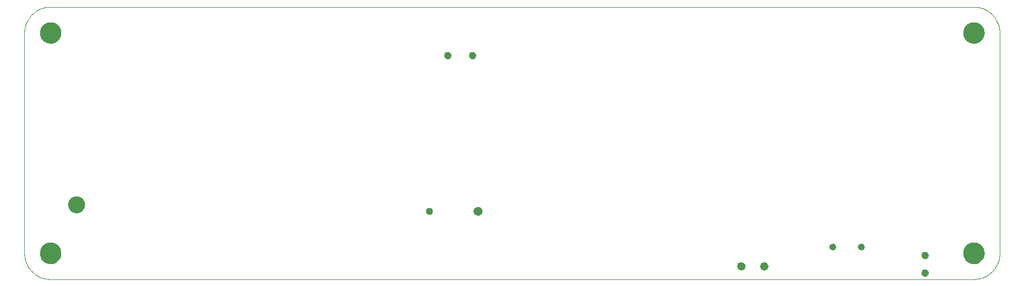
<source format=gbs>
G75*
G70*
%OFA0B0*%
%FSLAX24Y24*%
%IPPOS*%
%LPD*%
%AMOC8*
5,1,8,0,0,1.08239X$1,22.5*
%
%ADD10C,0.0000*%
%ADD11C,0.1300*%
%ADD12C,0.0394*%
%ADD13C,0.0493*%
%ADD14C,0.0434*%
%ADD15C,0.0532*%
%ADD16C,0.1024*%
D10*
X001725Y001109D02*
X057630Y001109D01*
X054481Y001483D02*
X054483Y001510D01*
X054489Y001537D01*
X054498Y001563D01*
X054511Y001587D01*
X054527Y001610D01*
X054546Y001629D01*
X054568Y001646D01*
X054592Y001660D01*
X054617Y001670D01*
X054644Y001677D01*
X054671Y001680D01*
X054699Y001679D01*
X054726Y001674D01*
X054752Y001666D01*
X054776Y001654D01*
X054799Y001638D01*
X054820Y001620D01*
X054837Y001599D01*
X054852Y001575D01*
X054863Y001550D01*
X054871Y001524D01*
X054875Y001497D01*
X054875Y001469D01*
X054871Y001442D01*
X054863Y001416D01*
X054852Y001391D01*
X054837Y001367D01*
X054820Y001346D01*
X054799Y001328D01*
X054777Y001312D01*
X054752Y001300D01*
X054726Y001292D01*
X054699Y001287D01*
X054671Y001286D01*
X054644Y001289D01*
X054617Y001296D01*
X054592Y001306D01*
X054568Y001320D01*
X054546Y001337D01*
X054527Y001356D01*
X054511Y001379D01*
X054498Y001403D01*
X054489Y001429D01*
X054483Y001456D01*
X054481Y001483D01*
X054481Y002546D02*
X054483Y002573D01*
X054489Y002600D01*
X054498Y002626D01*
X054511Y002650D01*
X054527Y002673D01*
X054546Y002692D01*
X054568Y002709D01*
X054592Y002723D01*
X054617Y002733D01*
X054644Y002740D01*
X054671Y002743D01*
X054699Y002742D01*
X054726Y002737D01*
X054752Y002729D01*
X054776Y002717D01*
X054799Y002701D01*
X054820Y002683D01*
X054837Y002662D01*
X054852Y002638D01*
X054863Y002613D01*
X054871Y002587D01*
X054875Y002560D01*
X054875Y002532D01*
X054871Y002505D01*
X054863Y002479D01*
X054852Y002454D01*
X054837Y002430D01*
X054820Y002409D01*
X054799Y002391D01*
X054777Y002375D01*
X054752Y002363D01*
X054726Y002355D01*
X054699Y002350D01*
X054671Y002349D01*
X054644Y002352D01*
X054617Y002359D01*
X054592Y002369D01*
X054568Y002383D01*
X054546Y002400D01*
X054527Y002419D01*
X054511Y002442D01*
X054498Y002466D01*
X054489Y002492D01*
X054483Y002519D01*
X054481Y002546D01*
X057000Y002684D02*
X057002Y002734D01*
X057008Y002784D01*
X057018Y002833D01*
X057032Y002881D01*
X057049Y002928D01*
X057070Y002973D01*
X057095Y003017D01*
X057123Y003058D01*
X057155Y003097D01*
X057189Y003134D01*
X057226Y003168D01*
X057266Y003198D01*
X057308Y003225D01*
X057352Y003249D01*
X057398Y003270D01*
X057445Y003286D01*
X057493Y003299D01*
X057543Y003308D01*
X057592Y003313D01*
X057643Y003314D01*
X057693Y003311D01*
X057742Y003304D01*
X057791Y003293D01*
X057839Y003278D01*
X057885Y003260D01*
X057930Y003238D01*
X057973Y003212D01*
X058014Y003183D01*
X058053Y003151D01*
X058089Y003116D01*
X058121Y003078D01*
X058151Y003038D01*
X058178Y002995D01*
X058201Y002951D01*
X058220Y002905D01*
X058236Y002857D01*
X058248Y002808D01*
X058256Y002759D01*
X058260Y002709D01*
X058260Y002659D01*
X058256Y002609D01*
X058248Y002560D01*
X058236Y002511D01*
X058220Y002463D01*
X058201Y002417D01*
X058178Y002373D01*
X058151Y002330D01*
X058121Y002290D01*
X058089Y002252D01*
X058053Y002217D01*
X058014Y002185D01*
X057973Y002156D01*
X057930Y002130D01*
X057885Y002108D01*
X057839Y002090D01*
X057791Y002075D01*
X057742Y002064D01*
X057693Y002057D01*
X057643Y002054D01*
X057592Y002055D01*
X057543Y002060D01*
X057493Y002069D01*
X057445Y002082D01*
X057398Y002098D01*
X057352Y002119D01*
X057308Y002143D01*
X057266Y002170D01*
X057226Y002200D01*
X057189Y002234D01*
X057155Y002271D01*
X057123Y002310D01*
X057095Y002351D01*
X057070Y002395D01*
X057049Y002440D01*
X057032Y002487D01*
X057018Y002535D01*
X057008Y002584D01*
X057002Y002634D01*
X057000Y002684D01*
X057630Y001109D02*
X057707Y001111D01*
X057784Y001117D01*
X057861Y001126D01*
X057937Y001139D01*
X058013Y001156D01*
X058087Y001177D01*
X058161Y001201D01*
X058233Y001229D01*
X058303Y001260D01*
X058372Y001295D01*
X058440Y001333D01*
X058505Y001374D01*
X058568Y001419D01*
X058629Y001467D01*
X058688Y001517D01*
X058744Y001570D01*
X058797Y001626D01*
X058847Y001685D01*
X058895Y001746D01*
X058940Y001809D01*
X058981Y001874D01*
X059019Y001942D01*
X059054Y002011D01*
X059085Y002081D01*
X059113Y002153D01*
X059137Y002227D01*
X059158Y002301D01*
X059175Y002377D01*
X059188Y002453D01*
X059197Y002530D01*
X059203Y002607D01*
X059205Y002684D01*
X059205Y016070D01*
X057000Y016070D02*
X057002Y016120D01*
X057008Y016170D01*
X057018Y016219D01*
X057032Y016267D01*
X057049Y016314D01*
X057070Y016359D01*
X057095Y016403D01*
X057123Y016444D01*
X057155Y016483D01*
X057189Y016520D01*
X057226Y016554D01*
X057266Y016584D01*
X057308Y016611D01*
X057352Y016635D01*
X057398Y016656D01*
X057445Y016672D01*
X057493Y016685D01*
X057543Y016694D01*
X057592Y016699D01*
X057643Y016700D01*
X057693Y016697D01*
X057742Y016690D01*
X057791Y016679D01*
X057839Y016664D01*
X057885Y016646D01*
X057930Y016624D01*
X057973Y016598D01*
X058014Y016569D01*
X058053Y016537D01*
X058089Y016502D01*
X058121Y016464D01*
X058151Y016424D01*
X058178Y016381D01*
X058201Y016337D01*
X058220Y016291D01*
X058236Y016243D01*
X058248Y016194D01*
X058256Y016145D01*
X058260Y016095D01*
X058260Y016045D01*
X058256Y015995D01*
X058248Y015946D01*
X058236Y015897D01*
X058220Y015849D01*
X058201Y015803D01*
X058178Y015759D01*
X058151Y015716D01*
X058121Y015676D01*
X058089Y015638D01*
X058053Y015603D01*
X058014Y015571D01*
X057973Y015542D01*
X057930Y015516D01*
X057885Y015494D01*
X057839Y015476D01*
X057791Y015461D01*
X057742Y015450D01*
X057693Y015443D01*
X057643Y015440D01*
X057592Y015441D01*
X057543Y015446D01*
X057493Y015455D01*
X057445Y015468D01*
X057398Y015484D01*
X057352Y015505D01*
X057308Y015529D01*
X057266Y015556D01*
X057226Y015586D01*
X057189Y015620D01*
X057155Y015657D01*
X057123Y015696D01*
X057095Y015737D01*
X057070Y015781D01*
X057049Y015826D01*
X057032Y015873D01*
X057018Y015921D01*
X057008Y015970D01*
X057002Y016020D01*
X057000Y016070D01*
X057630Y017645D02*
X057707Y017643D01*
X057784Y017637D01*
X057861Y017628D01*
X057937Y017615D01*
X058013Y017598D01*
X058087Y017577D01*
X058161Y017553D01*
X058233Y017525D01*
X058303Y017494D01*
X058372Y017459D01*
X058440Y017421D01*
X058505Y017380D01*
X058568Y017335D01*
X058629Y017287D01*
X058688Y017237D01*
X058744Y017184D01*
X058797Y017128D01*
X058847Y017069D01*
X058895Y017008D01*
X058940Y016945D01*
X058981Y016880D01*
X059019Y016812D01*
X059054Y016743D01*
X059085Y016673D01*
X059113Y016601D01*
X059137Y016527D01*
X059158Y016453D01*
X059175Y016377D01*
X059188Y016301D01*
X059197Y016224D01*
X059203Y016147D01*
X059205Y016070D01*
X057630Y017645D02*
X001725Y017645D01*
X001095Y016070D02*
X001097Y016120D01*
X001103Y016170D01*
X001113Y016219D01*
X001127Y016267D01*
X001144Y016314D01*
X001165Y016359D01*
X001190Y016403D01*
X001218Y016444D01*
X001250Y016483D01*
X001284Y016520D01*
X001321Y016554D01*
X001361Y016584D01*
X001403Y016611D01*
X001447Y016635D01*
X001493Y016656D01*
X001540Y016672D01*
X001588Y016685D01*
X001638Y016694D01*
X001687Y016699D01*
X001738Y016700D01*
X001788Y016697D01*
X001837Y016690D01*
X001886Y016679D01*
X001934Y016664D01*
X001980Y016646D01*
X002025Y016624D01*
X002068Y016598D01*
X002109Y016569D01*
X002148Y016537D01*
X002184Y016502D01*
X002216Y016464D01*
X002246Y016424D01*
X002273Y016381D01*
X002296Y016337D01*
X002315Y016291D01*
X002331Y016243D01*
X002343Y016194D01*
X002351Y016145D01*
X002355Y016095D01*
X002355Y016045D01*
X002351Y015995D01*
X002343Y015946D01*
X002331Y015897D01*
X002315Y015849D01*
X002296Y015803D01*
X002273Y015759D01*
X002246Y015716D01*
X002216Y015676D01*
X002184Y015638D01*
X002148Y015603D01*
X002109Y015571D01*
X002068Y015542D01*
X002025Y015516D01*
X001980Y015494D01*
X001934Y015476D01*
X001886Y015461D01*
X001837Y015450D01*
X001788Y015443D01*
X001738Y015440D01*
X001687Y015441D01*
X001638Y015446D01*
X001588Y015455D01*
X001540Y015468D01*
X001493Y015484D01*
X001447Y015505D01*
X001403Y015529D01*
X001361Y015556D01*
X001321Y015586D01*
X001284Y015620D01*
X001250Y015657D01*
X001218Y015696D01*
X001190Y015737D01*
X001165Y015781D01*
X001144Y015826D01*
X001127Y015873D01*
X001113Y015921D01*
X001103Y015970D01*
X001097Y016020D01*
X001095Y016070D01*
X000150Y016070D02*
X000152Y016147D01*
X000158Y016224D01*
X000167Y016301D01*
X000180Y016377D01*
X000197Y016453D01*
X000218Y016527D01*
X000242Y016601D01*
X000270Y016673D01*
X000301Y016743D01*
X000336Y016812D01*
X000374Y016880D01*
X000415Y016945D01*
X000460Y017008D01*
X000508Y017069D01*
X000558Y017128D01*
X000611Y017184D01*
X000667Y017237D01*
X000726Y017287D01*
X000787Y017335D01*
X000850Y017380D01*
X000915Y017421D01*
X000983Y017459D01*
X001052Y017494D01*
X001122Y017525D01*
X001194Y017553D01*
X001268Y017577D01*
X001342Y017598D01*
X001418Y017615D01*
X001494Y017628D01*
X001571Y017637D01*
X001648Y017643D01*
X001725Y017645D01*
X000150Y016070D02*
X000150Y002684D01*
X001095Y002684D02*
X001097Y002734D01*
X001103Y002784D01*
X001113Y002833D01*
X001127Y002881D01*
X001144Y002928D01*
X001165Y002973D01*
X001190Y003017D01*
X001218Y003058D01*
X001250Y003097D01*
X001284Y003134D01*
X001321Y003168D01*
X001361Y003198D01*
X001403Y003225D01*
X001447Y003249D01*
X001493Y003270D01*
X001540Y003286D01*
X001588Y003299D01*
X001638Y003308D01*
X001687Y003313D01*
X001738Y003314D01*
X001788Y003311D01*
X001837Y003304D01*
X001886Y003293D01*
X001934Y003278D01*
X001980Y003260D01*
X002025Y003238D01*
X002068Y003212D01*
X002109Y003183D01*
X002148Y003151D01*
X002184Y003116D01*
X002216Y003078D01*
X002246Y003038D01*
X002273Y002995D01*
X002296Y002951D01*
X002315Y002905D01*
X002331Y002857D01*
X002343Y002808D01*
X002351Y002759D01*
X002355Y002709D01*
X002355Y002659D01*
X002351Y002609D01*
X002343Y002560D01*
X002331Y002511D01*
X002315Y002463D01*
X002296Y002417D01*
X002273Y002373D01*
X002246Y002330D01*
X002216Y002290D01*
X002184Y002252D01*
X002148Y002217D01*
X002109Y002185D01*
X002068Y002156D01*
X002025Y002130D01*
X001980Y002108D01*
X001934Y002090D01*
X001886Y002075D01*
X001837Y002064D01*
X001788Y002057D01*
X001738Y002054D01*
X001687Y002055D01*
X001638Y002060D01*
X001588Y002069D01*
X001540Y002082D01*
X001493Y002098D01*
X001447Y002119D01*
X001403Y002143D01*
X001361Y002170D01*
X001321Y002200D01*
X001284Y002234D01*
X001250Y002271D01*
X001218Y002310D01*
X001190Y002351D01*
X001165Y002395D01*
X001144Y002440D01*
X001127Y002487D01*
X001113Y002535D01*
X001103Y002584D01*
X001097Y002634D01*
X001095Y002684D01*
X000150Y002684D02*
X000152Y002607D01*
X000158Y002530D01*
X000167Y002453D01*
X000180Y002377D01*
X000197Y002301D01*
X000218Y002227D01*
X000242Y002153D01*
X000270Y002081D01*
X000301Y002011D01*
X000336Y001942D01*
X000374Y001874D01*
X000415Y001809D01*
X000460Y001746D01*
X000508Y001685D01*
X000558Y001626D01*
X000611Y001570D01*
X000667Y001517D01*
X000726Y001467D01*
X000787Y001419D01*
X000850Y001374D01*
X000915Y001333D01*
X000983Y001295D01*
X001052Y001260D01*
X001122Y001229D01*
X001194Y001201D01*
X001268Y001177D01*
X001342Y001156D01*
X001418Y001139D01*
X001494Y001126D01*
X001571Y001117D01*
X001648Y001111D01*
X001725Y001109D01*
X002808Y005637D02*
X002810Y005681D01*
X002816Y005725D01*
X002826Y005768D01*
X002839Y005810D01*
X002857Y005850D01*
X002878Y005889D01*
X002902Y005926D01*
X002929Y005961D01*
X002960Y005993D01*
X002993Y006022D01*
X003029Y006048D01*
X003067Y006070D01*
X003107Y006089D01*
X003148Y006105D01*
X003191Y006117D01*
X003234Y006125D01*
X003278Y006129D01*
X003322Y006129D01*
X003366Y006125D01*
X003409Y006117D01*
X003452Y006105D01*
X003493Y006089D01*
X003533Y006070D01*
X003571Y006048D01*
X003607Y006022D01*
X003640Y005993D01*
X003671Y005961D01*
X003698Y005926D01*
X003722Y005889D01*
X003743Y005850D01*
X003761Y005810D01*
X003774Y005768D01*
X003784Y005725D01*
X003790Y005681D01*
X003792Y005637D01*
X003790Y005593D01*
X003784Y005549D01*
X003774Y005506D01*
X003761Y005464D01*
X003743Y005424D01*
X003722Y005385D01*
X003698Y005348D01*
X003671Y005313D01*
X003640Y005281D01*
X003607Y005252D01*
X003571Y005226D01*
X003533Y005204D01*
X003493Y005185D01*
X003452Y005169D01*
X003409Y005157D01*
X003366Y005149D01*
X003322Y005145D01*
X003278Y005145D01*
X003234Y005149D01*
X003191Y005157D01*
X003148Y005169D01*
X003107Y005185D01*
X003067Y005204D01*
X003029Y005226D01*
X002993Y005252D01*
X002960Y005281D01*
X002929Y005313D01*
X002902Y005348D01*
X002878Y005385D01*
X002857Y005424D01*
X002839Y005464D01*
X002826Y005506D01*
X002816Y005549D01*
X002810Y005593D01*
X002808Y005637D01*
X024461Y005243D02*
X024463Y005270D01*
X024469Y005297D01*
X024478Y005323D01*
X024491Y005347D01*
X024507Y005370D01*
X024526Y005389D01*
X024548Y005406D01*
X024572Y005420D01*
X024597Y005430D01*
X024624Y005437D01*
X024651Y005440D01*
X024679Y005439D01*
X024706Y005434D01*
X024732Y005426D01*
X024756Y005414D01*
X024779Y005398D01*
X024800Y005380D01*
X024817Y005359D01*
X024832Y005335D01*
X024843Y005310D01*
X024851Y005284D01*
X024855Y005257D01*
X024855Y005229D01*
X024851Y005202D01*
X024843Y005176D01*
X024832Y005151D01*
X024817Y005127D01*
X024800Y005106D01*
X024779Y005088D01*
X024757Y005072D01*
X024732Y005060D01*
X024706Y005052D01*
X024679Y005047D01*
X024651Y005046D01*
X024624Y005049D01*
X024597Y005056D01*
X024572Y005066D01*
X024548Y005080D01*
X024526Y005097D01*
X024507Y005116D01*
X024491Y005139D01*
X024478Y005163D01*
X024469Y005189D01*
X024463Y005216D01*
X024461Y005243D01*
X027365Y005243D02*
X027367Y005274D01*
X027373Y005304D01*
X027382Y005334D01*
X027395Y005362D01*
X027412Y005388D01*
X027432Y005411D01*
X027454Y005433D01*
X027479Y005451D01*
X027506Y005466D01*
X027535Y005477D01*
X027565Y005485D01*
X027596Y005489D01*
X027626Y005489D01*
X027657Y005485D01*
X027687Y005477D01*
X027716Y005466D01*
X027743Y005451D01*
X027768Y005433D01*
X027790Y005411D01*
X027810Y005388D01*
X027827Y005362D01*
X027840Y005334D01*
X027849Y005304D01*
X027855Y005274D01*
X027857Y005243D01*
X027855Y005212D01*
X027849Y005182D01*
X027840Y005152D01*
X027827Y005124D01*
X027810Y005098D01*
X027790Y005075D01*
X027768Y005053D01*
X027743Y005035D01*
X027716Y005020D01*
X027687Y005009D01*
X027657Y005001D01*
X027626Y004997D01*
X027596Y004997D01*
X027565Y005001D01*
X027535Y005009D01*
X027506Y005020D01*
X027479Y005035D01*
X027454Y005053D01*
X027432Y005075D01*
X027412Y005098D01*
X027395Y005124D01*
X027382Y005152D01*
X027373Y005182D01*
X027367Y005212D01*
X027365Y005243D01*
X043330Y001897D02*
X043332Y001926D01*
X043338Y001955D01*
X043347Y001983D01*
X043360Y002010D01*
X043377Y002035D01*
X043396Y002057D01*
X043418Y002076D01*
X043443Y002093D01*
X043470Y002106D01*
X043498Y002115D01*
X043527Y002121D01*
X043556Y002123D01*
X043585Y002121D01*
X043614Y002115D01*
X043642Y002106D01*
X043669Y002093D01*
X043694Y002076D01*
X043716Y002057D01*
X043735Y002035D01*
X043752Y002010D01*
X043765Y001983D01*
X043774Y001955D01*
X043780Y001926D01*
X043782Y001897D01*
X043780Y001868D01*
X043774Y001839D01*
X043765Y001811D01*
X043752Y001784D01*
X043735Y001759D01*
X043716Y001737D01*
X043694Y001718D01*
X043669Y001701D01*
X043642Y001688D01*
X043614Y001679D01*
X043585Y001673D01*
X043556Y001671D01*
X043527Y001673D01*
X043498Y001679D01*
X043470Y001688D01*
X043443Y001701D01*
X043418Y001718D01*
X043396Y001737D01*
X043377Y001759D01*
X043360Y001784D01*
X043347Y001811D01*
X043338Y001839D01*
X043332Y001868D01*
X043330Y001897D01*
X044707Y001897D02*
X044709Y001926D01*
X044715Y001955D01*
X044724Y001983D01*
X044737Y002010D01*
X044754Y002035D01*
X044773Y002057D01*
X044795Y002076D01*
X044820Y002093D01*
X044847Y002106D01*
X044875Y002115D01*
X044904Y002121D01*
X044933Y002123D01*
X044962Y002121D01*
X044991Y002115D01*
X045019Y002106D01*
X045046Y002093D01*
X045071Y002076D01*
X045093Y002057D01*
X045112Y002035D01*
X045129Y002010D01*
X045142Y001983D01*
X045151Y001955D01*
X045157Y001926D01*
X045159Y001897D01*
X045157Y001868D01*
X045151Y001839D01*
X045142Y001811D01*
X045129Y001784D01*
X045112Y001759D01*
X045093Y001737D01*
X045071Y001718D01*
X045046Y001701D01*
X045019Y001688D01*
X044991Y001679D01*
X044962Y001673D01*
X044933Y001671D01*
X044904Y001673D01*
X044875Y001679D01*
X044847Y001688D01*
X044820Y001701D01*
X044795Y001718D01*
X044773Y001737D01*
X044754Y001759D01*
X044737Y001784D01*
X044724Y001811D01*
X044715Y001839D01*
X044709Y001868D01*
X044707Y001897D01*
X048910Y003078D02*
X048912Y003104D01*
X048918Y003130D01*
X048928Y003155D01*
X048941Y003178D01*
X048957Y003198D01*
X048977Y003216D01*
X048999Y003231D01*
X049022Y003243D01*
X049048Y003251D01*
X049074Y003255D01*
X049100Y003255D01*
X049126Y003251D01*
X049152Y003243D01*
X049176Y003231D01*
X049197Y003216D01*
X049217Y003198D01*
X049233Y003178D01*
X049246Y003155D01*
X049256Y003130D01*
X049262Y003104D01*
X049264Y003078D01*
X049262Y003052D01*
X049256Y003026D01*
X049246Y003001D01*
X049233Y002978D01*
X049217Y002958D01*
X049197Y002940D01*
X049175Y002925D01*
X049152Y002913D01*
X049126Y002905D01*
X049100Y002901D01*
X049074Y002901D01*
X049048Y002905D01*
X049022Y002913D01*
X048998Y002925D01*
X048977Y002940D01*
X048957Y002958D01*
X048941Y002978D01*
X048928Y003001D01*
X048918Y003026D01*
X048912Y003052D01*
X048910Y003078D01*
X050642Y003078D02*
X050644Y003104D01*
X050650Y003130D01*
X050660Y003155D01*
X050673Y003178D01*
X050689Y003198D01*
X050709Y003216D01*
X050731Y003231D01*
X050754Y003243D01*
X050780Y003251D01*
X050806Y003255D01*
X050832Y003255D01*
X050858Y003251D01*
X050884Y003243D01*
X050908Y003231D01*
X050929Y003216D01*
X050949Y003198D01*
X050965Y003178D01*
X050978Y003155D01*
X050988Y003130D01*
X050994Y003104D01*
X050996Y003078D01*
X050994Y003052D01*
X050988Y003026D01*
X050978Y003001D01*
X050965Y002978D01*
X050949Y002958D01*
X050929Y002940D01*
X050907Y002925D01*
X050884Y002913D01*
X050858Y002905D01*
X050832Y002901D01*
X050806Y002901D01*
X050780Y002905D01*
X050754Y002913D01*
X050730Y002925D01*
X050709Y002940D01*
X050689Y002958D01*
X050673Y002978D01*
X050660Y003001D01*
X050650Y003026D01*
X050644Y003052D01*
X050642Y003078D01*
X027081Y014692D02*
X027083Y014719D01*
X027089Y014746D01*
X027098Y014772D01*
X027111Y014796D01*
X027127Y014819D01*
X027146Y014838D01*
X027168Y014855D01*
X027192Y014869D01*
X027217Y014879D01*
X027244Y014886D01*
X027271Y014889D01*
X027299Y014888D01*
X027326Y014883D01*
X027352Y014875D01*
X027376Y014863D01*
X027399Y014847D01*
X027420Y014829D01*
X027437Y014808D01*
X027452Y014784D01*
X027463Y014759D01*
X027471Y014733D01*
X027475Y014706D01*
X027475Y014678D01*
X027471Y014651D01*
X027463Y014625D01*
X027452Y014600D01*
X027437Y014576D01*
X027420Y014555D01*
X027399Y014537D01*
X027377Y014521D01*
X027352Y014509D01*
X027326Y014501D01*
X027299Y014496D01*
X027271Y014495D01*
X027244Y014498D01*
X027217Y014505D01*
X027192Y014515D01*
X027168Y014529D01*
X027146Y014546D01*
X027127Y014565D01*
X027111Y014588D01*
X027098Y014612D01*
X027089Y014638D01*
X027083Y014665D01*
X027081Y014692D01*
X025581Y014692D02*
X025583Y014719D01*
X025589Y014746D01*
X025598Y014772D01*
X025611Y014796D01*
X025627Y014819D01*
X025646Y014838D01*
X025668Y014855D01*
X025692Y014869D01*
X025717Y014879D01*
X025744Y014886D01*
X025771Y014889D01*
X025799Y014888D01*
X025826Y014883D01*
X025852Y014875D01*
X025876Y014863D01*
X025899Y014847D01*
X025920Y014829D01*
X025937Y014808D01*
X025952Y014784D01*
X025963Y014759D01*
X025971Y014733D01*
X025975Y014706D01*
X025975Y014678D01*
X025971Y014651D01*
X025963Y014625D01*
X025952Y014600D01*
X025937Y014576D01*
X025920Y014555D01*
X025899Y014537D01*
X025877Y014521D01*
X025852Y014509D01*
X025826Y014501D01*
X025799Y014496D01*
X025771Y014495D01*
X025744Y014498D01*
X025717Y014505D01*
X025692Y014515D01*
X025668Y014529D01*
X025646Y014546D01*
X025627Y014565D01*
X025611Y014588D01*
X025598Y014612D01*
X025589Y014638D01*
X025583Y014665D01*
X025581Y014692D01*
D11*
X001725Y016070D03*
X001725Y002684D03*
X057630Y002684D03*
X057630Y016070D03*
D12*
X050819Y003078D03*
X049087Y003078D03*
D13*
X044933Y001897D03*
X043556Y001897D03*
D14*
X054678Y001483D03*
X054678Y002546D03*
X024658Y005243D03*
X025778Y014692D03*
X027278Y014692D03*
D15*
X027611Y005243D03*
D16*
X003300Y005637D03*
M02*

</source>
